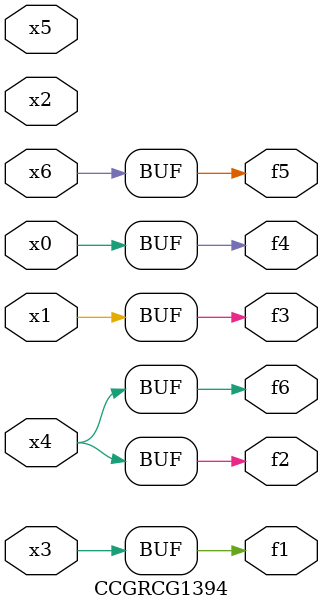
<source format=v>
module CCGRCG1394(
	input x0, x1, x2, x3, x4, x5, x6,
	output f1, f2, f3, f4, f5, f6
);
	assign f1 = x3;
	assign f2 = x4;
	assign f3 = x1;
	assign f4 = x0;
	assign f5 = x6;
	assign f6 = x4;
endmodule

</source>
